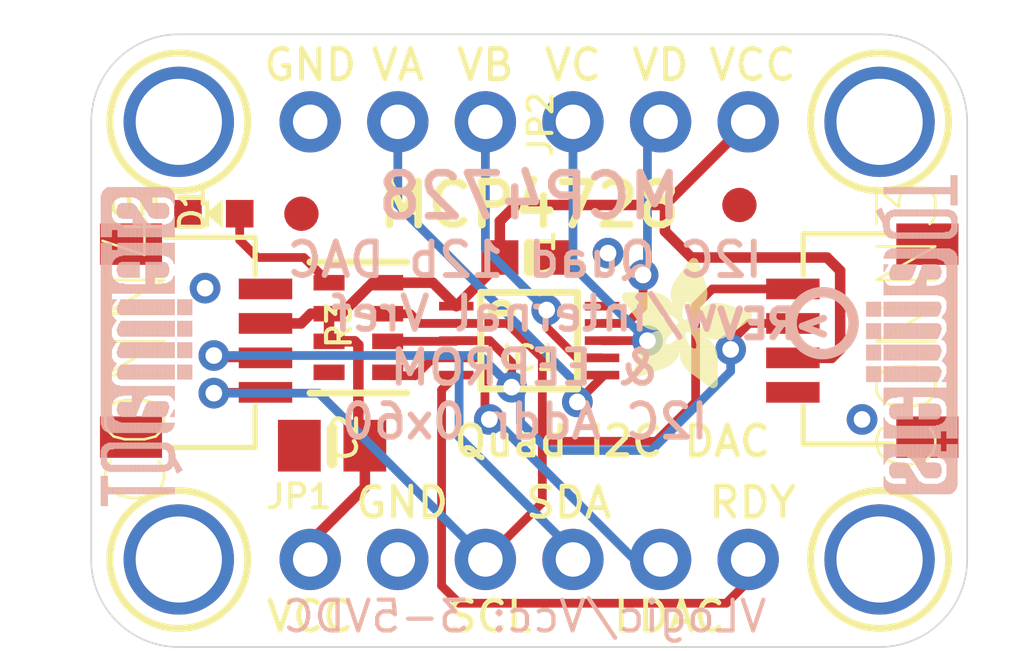
<source format=kicad_pcb>
(kicad_pcb (version 20211014) (generator pcbnew)
  (layers (0 "F.Cu" signal) (31 "B.Cu" signal) (34 "B.Paste" user) (35 "F.Paste" user) (36 "B.SilkS" user "B.Silkscreen") (37 "F.SilkS" user "F.Silkscreen") (38 "B.Mask" user) (39 "F.Mask" user) (44 "Edge.Cuts" user))
  (net 0 "")
  (net 1 "GND")
  (net 2 "SDA")
  (net 3 "SCL")
  (net 4 "VCC")
  (net 5 "N$1")
  (net 6 "~{LDAC}")
  (net 7 "RDY")
  (net 8 "VOUTA")
  (net 9 "VOUTB")
  (net 10 "VOUTC")
  (net 11 "VOUTD")
  (footprint "boardEagle:MOUNTINGHOLE_2.5_PLATED" (layer "F.Cu") (at 158.6611 111.3536)
    (fp_text reference "U$21" hide)
    (fp_text value "MOUNTINGHOLE2.5" hide)
    (pad "P$1" thru_hole circle (at 0 0) (size 3.2 3.2) (drill 2.5) (layers *.Cu *.Mask))
  )
  (footprint "boardEagle:ADAFRUIT_3.5MM" (layer "F.Cu") (at 151.1681 106.4006)
    (fp_text reference "U$22" hide)
    (fp_text value "" hide)
  )
  (footprint "boardEagle:MOUNTINGHOLE_2.5_PLATED" (layer "F.Cu") (at 138.3411 111.3536)
    (fp_text reference "U$19" hide)
    (fp_text value "MOUNTINGHOLE2.5" hide)
    (pad "P$1" thru_hole circle (at 0 0) (size 3.2 3.2) (drill 2.5) (layers *.Cu *.Mask))
  )
  (footprint "boardEagle:MSOP10" (layer "F.Cu") (at 148.5011 105.0036 -90)
    (fp_text reference "IC1" (at 0.508 0.889) (layer "F.SilkS") (effects (font (size 0.692831 0.692831) (thickness 0.119969)) (justify left)))
    (fp_text value "MCP4728")
    (pad "1" smd rect (at -1 2.1131 270) (size 0.25 1) (layers "F.Cu" "F.Paste" "F.Mask") (net 4 "VCC"))
    (pad "2" smd rect (at -0.5 2.1131 270) (size 0.25 1) (layers "F.Cu" "F.Paste" "F.Mask") (net 3 "SCL"))
    (pad "3" smd rect (at 0 2.1131 270) (size 0.25 1) (layers "F.Cu" "F.Paste" "F.Mask") (net 2 "SDA"))
    (pad "4" smd rect (at 0.5 2.1131 270) (size 0.25 1) (layers "F.Cu" "F.Paste" "F.Mask") (net 6 "~{LDAC}"))
    (pad "5" smd rect (at 1 2.1131 270) (size 0.25 1) (layers "F.Cu" "F.Paste" "F.Mask") (net 7 "RDY"))
    (pad "6" smd rect (at 1 -2.1131 90) (size 0.25 1) (layers "F.Cu" "F.Paste" "F.Mask") (net 8 "VOUTA"))
    (pad "7" smd rect (at 0.5 -2.1131 90) (size 0.25 1) (layers "F.Cu" "F.Paste" "F.Mask") (net 9 "VOUTB"))
    (pad "8" smd rect (at 0 -2.1131 90) (size 0.25 1) (layers "F.Cu" "F.Paste" "F.Mask") (net 10 "VOUTC"))
    (pad "9" smd rect (at -0.5 -2.1131 90) (size 0.25 1) (layers "F.Cu" "F.Paste" "F.Mask") (net 11 "VOUTD"))
    (pad "10" smd rect (at -1 -2.1131 90) (size 0.25 1) (layers "F.Cu" "F.Paste" "F.Mask") (net 1 "GND"))
  )
  (footprint "boardEagle:JST_SH4" (layer "F.Cu") (at 158.6611 105.0036 90)
    (fp_text reference "CONN3" (at -3.965 0.831 90) (layer "F.SilkS") (effects (font (size 1.703222 1.703222) (thickness 0.074778)) (justify left)))
    (fp_text value "STEMMA_I2C_QT" hide)
    (pad "1" smd rect (at -1.5 -2.514 180) (size 1.55 0.6) (layers "F.Cu" "F.Paste" "F.Mask") (net 1 "GND"))
    (pad "2" smd rect (at -0.5 -2.514 180) (size 1.55 0.6) (layers "F.Cu" "F.Paste" "F.Mask") (net 4 "VCC"))
    (pad "3" smd rect (at 0.5 -2.514 180) (size 1.55 0.6) (layers "F.Cu" "F.Paste" "F.Mask") (net 2 "SDA"))
    (pad "4" smd rect (at 1.5 -2.514 180) (size 1.55 0.6) (layers "F.Cu" "F.Paste" "F.Mask") (net 3 "SCL"))
    (pad "MT1" smd rect (at -2.8 1.386 180) (size 1.8 1.2) (layers "F.Cu" "F.Paste" "F.Mask"))
    (pad "MT2" smd rect (at 2.8 1.386 180) (size 1.8 1.2) (layers "F.Cu" "F.Paste" "F.Mask"))
  )
  (footprint "boardEagle:FIDUCIAL_1MM" (layer "F.Cu") (at 141.8971 101.3206)
    (fp_text reference "FID3" hide)
    (fp_text value "FIDUCIAL_1MM" hide)
    (pad "1" smd roundrect (at 0 0) (size 1 1) (layers "F.Cu" "F.Mask") (roundrect_rratio 0.5))
  )
  (footprint "boardEagle:RESPACK_4X0603" (layer "F.Cu") (at 143.5481 104.6226 -90)
    (fp_text reference "R3" (at -0.838 0.559 90) (layer "F.SilkS") (effects (font (size 0.692831 0.692831) (thickness 0.119969)) (justify right)))
    (fp_text value "4.7K")
    (pad "1" smd rect (at -1.3 0.85 270) (size 0.45 0.9) (layers "F.Cu" "F.Paste" "F.Mask") (net 5 "N$1"))
    (pad "2" smd rect (at -0.4 0.85 270) (size 0.45 0.9) (layers "F.Cu" "F.Paste" "F.Mask") (net 4 "VCC"))
    (pad "3" smd rect (at 0.4 0.85 270) (size 0.45 0.9) (layers "F.Cu" "F.Paste" "F.Mask") (net 4 "VCC"))
    (pad "4" smd rect (at 1.3 0.85 270) (size 0.45 0.9) (layers "F.Cu" "F.Paste" "F.Mask") (net 1 "GND"))
    (pad "5" smd rect (at 1.3 -0.85 270) (size 0.45 0.9) (layers "F.Cu" "F.Paste" "F.Mask") (net 6 "~{LDAC}"))
    (pad "6" smd rect (at 0.4 -0.85 270) (size 0.45 0.9) (layers "F.Cu" "F.Paste" "F.Mask") (net 2 "SDA"))
    (pad "7" smd rect (at -0.4 -0.85 270) (size 0.45 0.9) (layers "F.Cu" "F.Paste" "F.Mask") (net 3 "SCL"))
    (pad "8" smd rect (at -1.3 -0.85 270) (size 0.45 0.9) (layers "F.Cu" "F.Paste" "F.Mask") (net 4 "VCC"))
  )
  (footprint "boardEagle:CHIPLED_0603_NOOUTLINE" (layer "F.Cu") (at 139.3571 101.3206 90)
    (fp_text reference "D1" (at 0.889 -0.635 90) (layer "F.SilkS") (effects (font (size 0.692831 0.692831) (thickness 0.119969)) (justify right)))
    (fp_text value "GREEN")
    (pad "A" smd rect (at 0 0.75 90) (size 0.8 0.8) (layers "F.Cu" "F.Paste" "F.Mask") (net 5 "N$1"))
    (pad "C" smd rect (at 0 -0.75 90) (size 0.8 0.8) (layers "F.Cu" "F.Paste" "F.Mask") (net 1 "GND"))
  )
  (footprint "boardEagle:0603-NO" (layer "F.Cu") (at 148.5011 102.5906)
    (fp_text reference "C1" (at 0.381 0.635 90) (layer "F.SilkS") (effects (font (size 0.692831 0.692831) (thickness 0.119969)) (justify left)))
    (fp_text value "0.1uF")
    (pad "1" smd rect (at -0.85 0) (size 1.075 1) (layers "F.Cu" "F.Paste" "F.Mask") (net 4 "VCC"))
    (pad "2" smd rect (at 0.85 0) (size 1.075 1) (layers "F.Cu" "F.Paste" "F.Mask") (net 1 "GND"))
  )
  (footprint "boardEagle:1X06_ROUND_70" (layer "F.Cu") (at 148.5011 98.6536)
    (fp_text reference "JP2" (at 0.3302 1.0922 90) (layer "F.SilkS") (effects (font (size 0.692831 0.692831) (thickness 0.119969)) (justify left)))
    (fp_text value "")
    (pad "1" thru_hole circle (at -6.35 0 90) (size 1.778 1.778) (drill 1) (layers *.Cu *.Mask) (net 1 "GND"))
    (pad "2" thru_hole circle (at -3.81 0 90) (size 1.778 1.778) (drill 1) (layers *.Cu *.Mask) (net 8 "VOUTA"))
    (pad "3" thru_hole circle (at -1.27 0 90) (size 1.778 1.778) (drill 1) (layers *.Cu *.Mask) (net 9 "VOUTB"))
    (pad "4" thru_hole circle (at 1.27 0 90) (size 1.778 1.778) (drill 1) (layers *.Cu *.Mask) (net 10 "VOUTC"))
    (pad "5" thru_hole circle (at 3.81 0 90) (size 1.778 1.778) (drill 1) (layers *.Cu *.Mask) (net 11 "VOUTD"))
    (pad "6" thru_hole circle (at 6.35 0 90) (size 1.778 1.778) (drill 1) (layers *.Cu *.Mask) (net 4 "VCC"))
  )
  (footprint "boardEagle:JST_SH4" (layer "F.Cu") (at 138.3411 105.0036 -90)
    (fp_text reference "CONN4" (at -3.838 1.212 90) (layer "F.SilkS") (effects (font (size 1.703222 1.703222) (thickness 0.074778)) (justify right)))
    (fp_text value "STEMMA_I2C_QT" hide)
    (pad "1" smd rect (at -1.5 -2.514) (size 1.55 0.6) (layers "F.Cu" "F.Paste" "F.Mask") (net 1 "GND"))
    (pad "2" smd rect (at -0.5 -2.514) (size 1.55 0.6) (layers "F.Cu" "F.Paste" "F.Mask") (net 4 "VCC"))
    (pad "3" smd rect (at 0.5 -2.514) (size 1.55 0.6) (layers "F.Cu" "F.Paste" "F.Mask") (net 2 "SDA"))
    (pad "4" smd rect (at 1.5 -2.514) (size 1.55 0.6) (layers "F.Cu" "F.Paste" "F.Mask") (net 3 "SCL"))
    (pad "MT1" smd rect (at -2.8 1.386) (size 1.8 1.2) (layers "F.Cu" "F.Paste" "F.Mask"))
    (pad "MT2" smd rect (at 2.8 1.386) (size 1.8 1.2) (layers "F.Cu" "F.Paste" "F.Mask"))
  )
  (footprint "boardEagle:0805-NO" (layer "F.Cu") (at 142.7861 108.0516 180)
    (fp_text reference "C2" (at -0.381 -0.508 90) (layer "F.SilkS") (effects (font (size 0.692831 0.692831) (thickness 0.119969)) (justify left)))
    (fp_text value "10uF")
    (pad "1" smd rect (at -0.95 0 180) (size 1.24 1.5) (layers "F.Cu" "F.Paste" "F.Mask") (net 4 "VCC"))
    (pad "2" smd rect (at 0.95 0 180) (size 1.24 1.5) (layers "F.Cu" "F.Paste" "F.Mask") (net 1 "GND"))
  )
  (footprint "boardEagle:1X06_ROUND_70" (layer "F.Cu") (at 148.5011 111.3536)
    (fp_text reference "JP1" (at -7.6962 -1.8288) (layer "F.SilkS") (effects (font (size 0.692831 0.692831) (thickness 0.119969)) (justify left)))
    (fp_text value "")
    (pad "1" thru_hole circle (at -6.35 0 90) (size 1.778 1.778) (drill 1) (layers *.Cu *.Mask) (net 4 "VCC"))
    (pad "2" thru_hole circle (at -3.81 0 90) (size 1.778 1.778) (drill 1) (layers *.Cu *.Mask) (net 1 "GND"))
    (pad "3" thru_hole circle (at -1.27 0 90) (size 1.778 1.778) (drill 1) (layers *.Cu *.Mask) (net 3 "SCL"))
    (pad "4" thru_hole circle (at 1.27 0 90) (size 1.778 1.778) (drill 1) (layers *.Cu *.Mask) (net 2 "SDA"))
    (pad "5" thru_hole circle (at 3.81 0 90) (size 1.778 1.778) (drill 1) (layers *.Cu *.Mask) (net 6 "~{LDAC}"))
    (pad "6" thru_hole circle (at 6.35 0 90) (size 1.778 1.778) (drill 1) (layers *.Cu *.Mask) (net 7 "RDY"))
  )
  (footprint "boardEagle:FIDUCIAL_1MM" (layer "F.Cu") (at 154.5971 101.0666)
    (fp_text reference "FID4" hide)
    (fp_text value "FIDUCIAL_1MM" hide)
    (pad "1" smd roundrect (at 0 0) (size 1 1) (layers "F.Cu" "F.Mask") (roundrect_rratio 0.5))
  )
  (footprint "boardEagle:MOUNTINGHOLE_2.5_PLATED" (layer "F.Cu") (at 138.3411 98.6536)
    (fp_text reference "U$1" hide)
    (fp_text value "MOUNTINGHOLE2.5" hide)
    (pad "P$1" thru_hole circle (at 0 0) (size 3.2 3.2) (drill 2.5) (layers *.Cu *.Mask))
  )
  (footprint "boardEagle:MOUNTINGHOLE_2.5_PLATED" (layer "F.Cu") (at 158.6611 98.6536)
    (fp_text reference "U$17" hide)
    (fp_text value "MOUNTINGHOLE2.5" hide)
    (pad "P$1" thru_hole circle (at 0 0) (size 3.2 3.2) (drill 2.5) (layers *.Cu *.Mask))
  )
  (footprint "boardEagle:STEMMAQT" (layer "B.Cu") (at 138.7221 100.5586 -90)
    (fp_text reference "U$31" hide)
    (fp_text value "" hide)
  )
  (footprint "boardEagle:STEMMAQT" (layer "B.Cu") (at 158.2801 109.4486 90)
    (fp_text reference "U$30" hide)
    (fp_text value "" hide)
  )
  (footprint "boardEagle:PCBFEAT-REV-040" (layer "B.Cu") (at 157.0101 104.4956 180)
    (fp_text reference "U$25" hide)
    (fp_text value "" hide)
    (fp_text user ">REV" (at -0.3556 -0.508) (layer "B.SilkS") (effects (font (size 0.8128 0.8128) (thickness 0.2032)) (justify left bottom mirror)))
  )
  (gr_arc (start 135.8011 98.6536) (mid 136.545049 96.857549) (end 138.3411 96.1136) (layer "Edge.Cuts") (width 0.05))
  (gr_arc (start 138.3411 113.8936) (mid 136.545049 113.149651) (end 135.8011 111.3536) (layer "Edge.Cuts") (width 0.05))
  (gr_line (start 158.6611 96.1136) (end 138.3411 96.1136) (layer "Edge.Cuts") (width 0.05))
  (gr_line (start 138.3411 113.8936) (end 158.6611 113.8936) (layer "Edge.Cuts") (width 0.05))
  (gr_arc (start 161.2011 111.3536) (mid 160.457151 113.149651) (end 158.6611 113.8936) (layer "Edge.Cuts") (width 0.05))
  (gr_line (start 161.2011 111.3536) (end 161.2011 98.6536) (layer "Edge.Cuts") (width 0.05))
  (gr_line (start 135.8011 98.6536) (end 135.8011 111.3536) (layer "Edge.Cuts") (width 0.05))
  (gr_arc (start 158.6611 96.1136) (mid 160.457151 96.857549) (end 161.2011 98.6536) (layer "Edge.Cuts") (width 0.05))
  (gr_text "MCP4728" (at 148.5011 100.8126) (layer "B.SilkS") (effects (font (size 1.25222 1.25222) (thickness 0.22098)) (justify mirror)))
  (gr_text "VLogic/Vcc: 3-5VDC" (at 148.3741 113.0046) (layer "B.SilkS") (effects (font (size 0.89408 0.89408) (thickness 0.12192)) (justify mirror)))
  (gr_text "I2C Quad 12b DAC\nw/internal Vref\n& EEPROM\nI2C Addr 0x60" (at 148.3741 105.0036) (layer "B.SilkS") (effects (font (size 0.97155 0.97155) (thickness 0.17145)) (justify mirror)))
  (gr_text "MCP4728" (at 148.5011 101.0666) (layer "F.SilkS") (effects (font (size 1.25222 1.25222) (thickness 0.22098))))
  (gr_text "SDA" (at 149.6441 109.7026) (layer "F.SilkS") (effects (font (size 0.87376 0.87376) (thickness 0.14224))))
  (gr_text "GND" (at 144.8181 109.7026) (layer "F.SilkS") (effects (font (size 0.87376 0.87376) (thickness 0.14224))))
  (gr_text "VC" (at 149.7711 97.0026) (layer "F.SilkS") (effects (font (size 0.87376 0.87376) (thickness 0.14224))))
  (gr_text "VA" (at 144.6911 97.0026) (layer "F.SilkS") (effects (font (size 0.87376 0.87376) (thickness 0.14224))))
  (gr_text "VD" (at 152.3111 97.0026) (layer "F.SilkS") (effects (font (size 0.87376 0.87376) (thickness 0.14224))))
  (gr_text "VB" (at 147.2311 97.0026) (layer "F.SilkS") (effects (font (size 0.87376 0.87376) (thickness 0.14224))))
  (gr_text "LDAC" (at 152.5651 113.0046) (layer "F.SilkS") (effects (font (size 0.87376 0.87376) (thickness 0.14224))))
  (gr_text "SCL" (at 147.3581 113.0046) (layer "F.SilkS") (effects (font (size 0.87376 0.87376) (thickness 0.14224))))
  (gr_text "Quad I2C DAC" (at 150.9141 107.9246) (layer "F.SilkS") (effects (font (size 0.8636 0.8636) (thickness 0.1524))))
  (gr_text "RDY" (at 154.9781 109.7026) (layer "F.SilkS") (effects (font (size 0.87376 0.87376) (thickness 0.14224))))
  (gr_text "on" (at 136.1821 101.4476) (layer "F.SilkS") (effects (font (size 0.89408 0.89408) (thickness 0.12192)) (justify left bottom)))
  (gr_text "VCC" (at 154.9781 97.0026) (layer "F.SilkS") (effects (font (size 0.87376 0.87376) (thickness 0.14224))))
  (gr_text "VCC" (at 142.1511 113.0046) (layer "F.SilkS") (effects (font (size 0.87376 0.87376) (thickness 0.14224))))
  (gr_text "GND" (at 142.1511 97.0026) (layer "F.SilkS") (effects (font (size 0.87376 0.87376) (thickness 0.14224))))
  (via (at 158.1531 107.2896) (size 0.889) (drill 0.4826) (layers "F.Cu" "B.Cu") (net 1))
  (via (at 150.7871 102.4636) (size 0.889) (drill 0.4826) (layers "F.Cu" "B.Cu") (net 1))
  (via (at 139.1031 103.4796) (size 0.889) (drill 0.4826) (layers "F.Cu" "B.Cu") (net 1))
  (segment (start 146.369 105.0226) (end 144.3981 105.0226) (width 0.254) (layer "F.Cu") (net 2))
  (segment (start 147.9931 105.6386) (end 147.9931 106.353194) (width 0.254) (layer "F.Cu") (net 2))
  (segment (start 140.8551 105.5036) (end 139.4253 105.5036) (width 0.254) (layer "F.Cu") (net 2))
  (segment (start 154.3431 105.2576) (end 154.3431 105.0376) (width 0.254) (layer "F.Cu") (net 2))
  (segment (start 146.388 105.0036) (end 146.369 105.0226) (width 0.254) (layer "F.Cu") (net 2))
  (segment (start 154.8771 104.5036) (end 154.3431 105.0376) (width 0.254) (layer "F.Cu") (net 2))
  (segment (start 156.1471 104.5036) (end 154.8771 104.5036) (width 0.254) (layer "F.Cu") (net 2))
  (segment (start 139.4253 105.5036) (end 139.3571 105.4354) (width 0.254) (layer "F.Cu") (net 2))
  (segment (start 147.3581 105.0036) (end 147.9931 105.6386) (width 0.254) (layer "F.Cu") (net 2))
  (segment (start 146.388 105.0036) (end 147.3581 105.0036) (width 0.254) (layer "F.Cu") (net 2))
  (via (at 154.3431 105.2576) (size 0.889) (drill 0.4826) (layers "F.Cu" "B.Cu") (net 2))
  (via (at 139.3571 105.4354) (size 0.889) (drill 0.4826) (layers "F.Cu" "B.Cu") (net 2))
  (via (at 147.9931 106.353194) (size 0.889) (drill 0.4826) (layers "F.Cu" "B.Cu") (net 2))
  (segment (start 139.3571 105.4354) (end 146.4691 105.4354) (width 0.254) (layer "B.Cu") (net 2))
  (segment (start 149.069206 108.1913) (end 148.2471 107.369194) (width 0.254) (layer "B.Cu") (net 2))
  (segment (start 146.4691 107.7976) (end 146.4691 105.4354) (width 0.254) (layer "B.Cu") (net 2))
  (segment (start 149.069206 108.1913) (end 152.0444 108.1913) (width 0.254) (layer "B.Cu") (net 2))
  (segment (start 149.7711 111.3536) (end 149.7711 111.0996) (width 0.254) (layer "B.Cu") (net 2))
  (segment (start 154.3431 105.2576) (end 154.3431 105.8926) (width 0.254) (layer "B.Cu") (net 2))
  (segment (start 147.9931 106.353194) (end 148.2471 106.607194) (width 0.254) (layer "B.Cu") (net 2))
  (segment (start 154.3431 105.8926) (end 152.0444 108.1913) (width 0.254) (layer "B.Cu") (net 2))
  (segment (start 147.075306 105.4354) (end 147.9931 106.353194) (width 0.254) (layer "B.Cu") (net 2))
  (segment (start 149.7711 111.0996) (end 146.4691 107.7976) (width 0.254) (layer "B.Cu") (net 2))
  (segment (start 146.4691 105.4354) (end 147.075306 105.4354) (width 0.254) (layer "B.Cu") (net 2))
  (segment (start 148.2471 106.607194) (end 148.2471 107.369194) (width 0.254) (layer "B.Cu") (net 2))
  (segment (start 153.3271 103.9876) (end 153.3271 106.7816) (width 0.254) (layer "F.Cu") (net 3))
  (segment (start 148.8821 105.5116) (end 148.8821 107.9246) (width 0.254) (layer "F.Cu") (net 3))
  (segment (start 153.3271 106.7816) (end 152.1841 107.9246) (width 0.254) (layer "F.Cu") (net 3))
  (segment (start 156.1471 103.5036) (end 153.8111 103.5036) (width 0.254) (layer "F.Cu") (net 3))
  (segment (start 153.8111 103.5036) (end 153.3271 103.9876) (width 0.254) (layer "F.Cu") (net 3))
  (segment (start 140.8551 106.5036) (end 139.3811 106.5036) (width 0.254) (layer "F.Cu") (net 3))
  (segment (start 148.8821 109.7026) (end 147.2311 111.3536) (width 0.254) (layer "F.Cu") (net 3))
  (segment (start 145.3341 104.5036) (end 146.388 104.5036) (width 0.254) (layer "F.Cu") (net 3))
  (segment (start 144.3981 104.2226) (end 145.0531 104.2226) (width 0.254) (layer "F.Cu") (net 3))
  (segment (start 152.1841 107.9246) (end 148.8821 107.9246) (width 0.254) (layer "F.Cu") (net 3))
  (segment (start 148.8821 107.9246) (end 148.8821 109.7026) (width 0.254) (layer "F.Cu") (net 3))
  (segment (start 139.3811 106.5036) (end 139.3571 106.5276) (width 0.254) (layer "F.Cu") (net 3))
  (segment (start 147.8741 104.5036) (end 148.8821 105.5116) (width 0.254) (layer "F.Cu") (net 3))
  (segment (start 145.0531 104.2226) (end 145.3341 104.5036) (width 0.254) (layer "F.Cu") (net 3))
  (segment (start 146.388 104.5036) (end 147.8741 104.5036) (width 0.254) (layer "F.Cu") (net 3))
  (via (at 139.3571 106.5276) (size 0.889) (drill 0.4826) (layers "F.Cu" "B.Cu") (net 3))
  (segment (start 142.4051 106.5276) (end 147.2311 111.3536) (width 0.254) (layer "B.Cu") (net 3))
  (segment (start 139.3571 106.5276) (end 142.4051 106.5276) (width 0.254) (layer "B.Cu") (net 3))
  (segment (start 143.7361 109.2606) (end 142.1511 110.8456) (width 0.3048) (layer "F.Cu") (net 4))
  (segment (start 157.5181 102.9716) (end 157.1371 102.5906) (width 0.3048) (layer "F.Cu") (net 4))
  (segment (start 143.0591 104.2226) (end 143.9591 103.3226) (width 0.3048) (layer "F.Cu") (net 4))
  (segment (start 156.1471 105.5036) (end 157.2721 105.5036) (width 0.3048) (layer "F.Cu") (net 4))
  (segment (start 147.6511 102.5906) (end 147.6511 102.7405) (width 0.3048) (layer "F.Cu") (net 4))
  (segment (start 142.6981 105.0226) (end 143.4401 105.0226) (width 0.3048) (layer "F.Cu") (net 4))
  (segment (start 147.6511 102.7405) (end 146.388 104.0036) (width 0.3048) (layer "F.Cu") (net 4))
  (segment (start 157.2721 105.5036) (end 157.5181 105.2576) (width 0.3048) (layer "F.Cu") (net 4))
  (segment (start 148.1201 101.0666) (end 152.4381 101.0666) (width 0.3048) (layer "F.Cu") (net 4))
  (segment (start 140.8551 104.5036) (end 141.8891 104.5036) (width 0.3048) (layer "F.Cu") (net 4))
  (segment (start 152.4381 101.8286) (end 152.4381 101.0666) (width 0.3048) (layer "F.Cu") (net 4))
  (segment (start 143.5481 105.1306) (end 143.5481 107.8636) (width 0.3048) (layer "F.Cu") (net 4))
  (segment (start 157.1371 102.5906) (end 153.2001 102.5906) (width 0.3048) (layer "F.Cu") (net 4))
  (segment (start 143.7361 108.0516) (end 143.7361 109.2606) (width 0.3048) (layer "F.Cu") (net 4))
  (segment (start 143.7361 108.0516) (end 143.5481 107.8636) (width 0.3048) (layer "F.Cu") (net 4))
  (segment (start 141.8891 104.5036) (end 142.1701 104.2226) (width 0.3048) (layer "F.Cu") (net 4))
  (segment (start 143.9591 103.3226) (end 144.3981 103.3226) (width 0.3048) (layer "F.Cu") (net 4))
  (segment (start 147.6511 102.5906) (end 147.6511 101.5356) (width 0.3048) (layer "F.Cu") (net 4))
  (segment (start 142.1701 104.2226) (end 142.6981 104.2226) (width 0.3048) (layer "F.Cu") (net 4))
  (segment (start 142.6981 104.2226) (end 142.6981 105.0226) (width 0.3048) (layer "F.Cu") (net 4))
  (segment (start 147.6511 101.5356) (end 148.1201 101.0666) (width 0.3048) (layer "F.Cu") (net 4))
  (segment (start 153.2001 102.5906) (end 152.4381 101.8286) (width 0.3048) (layer "F.Cu") (net 4))
  (segment (start 145.707 103.3226) (end 144.3981 103.3226) (width 0.3048) (layer "F.Cu") (net 4))
  (segment (start 142.6981 104.2226) (end 143.0591 104.2226) (width 0.3048) (layer "F.Cu") (net 4))
  (segment (start 143.4401 105.0226) (end 143.5481 105.1306) (width 0.3048) (layer "F.Cu") (net 4))
  (segment (start 142.1511 110.8456) (end 142.1511 111.3536) (width 0.3048) (layer "F.Cu") (net 4))
  (segment (start 157.5181 105.2576) (end 157.5181 102.9716) (width 0.3048) (layer "F.Cu") (net 4))
  (segment (start 146.388 104.0036) (end 145.707 103.3226) (width 0.3048) (layer "F.Cu") (net 4))
  (segment (start 152.4381 101.0666) (end 154.8511 98.6536) (width 0.3048) (layer "F.Cu") (net 4))
  (segment (start 141.9661 102.5906) (end 140.6151 102.5906) (width 0.254) (layer "F.Cu") (net 5))
  (segment (start 140.6151 102.5906) (end 140.1071 102.0826) (width 0.254) (layer "F.Cu") (net 5))
  (segment (start 140.1071 101.3206) (end 140.1071 102.0826) (width 0.254) (layer "F.Cu") (net 5))
  (segment (start 141.9661 102.5906) (end 142.6981 103.3226) (width 0.254) (layer "F.Cu") (net 5))
  (segment (start 144.4951 106.0196) (end 144.3981 105.9226) (width 0.254) (layer "F.Cu") (net 6))
  (segment (start 147.2184 105.6734) (end 147.0486 105.5036) (width 0.254) (layer "F.Cu") (net 6))
  (segment (start 145.1991 106.0196) (end 144.4951 106.0196) (width 0.254) (layer "F.Cu") (net 6))
  (segment (start 147.2184 105.6734) (end 147.2184 107.1626) (width 0.254) (layer "F.Cu") (net 6))
  (segment (start 146.388 105.5036) (end 145.7151 105.5036) (width 0.254) (layer "F.Cu") (net 6))
  (segment (start 147.3454 107.2896) (end 147.2184 107.1626) (width 0.254) (layer "F.Cu") (net 6))
  (segment (start 145.7151 105.5036) (end 145.1991 106.0196) (width 0.254) (layer "F.Cu") (net 6))
  (segment (start 146.388 105.5036) (end 147.0486 105.5036) (width 0.254) (layer "F.Cu") (net 6))
  (via (at 147.3454 107.2896) (size 0.889) (drill 0.4826) (layers "F.Cu" "B.Cu") (net 6))
  (segment (start 151.5491 111.3536) (end 152.3111 111.3536) (width 0.254) (layer "B.Cu") (net 6))
  (segment (start 147.3454 107.2896) (end 147.4851 107.2896) (width 0.254) (layer "B.Cu") (net 6))
  (segment (start 151.5491 111.3536) (end 147.4851 107.2896) (width 0.254) (layer "B.Cu") (net 6))
  (segment (start 145.9611 106.4305) (end 145.9611 112.1156) (width 0.254) (layer "F.Cu") (net 7))
  (segment (start 146.4691 112.6236) (end 154.2161 112.6236) (width 0.254) (layer "F.Cu") (net 7))
  (segment (start 146.388 106.0036) (end 145.9611 106.4305) (width 0.254) (layer "F.Cu") (net 7))
  (segment (start 154.2161 112.6236) (end 154.8511 111.9886) (width 0.254) (layer "F.Cu") (net 7))
  (segment (start 154.8511 111.9886) (end 154.8511 111.3536) (width 0.254) (layer "F.Cu") (net 7))
  (segment (start 145.9611 112.1156) (end 146.4691 112.6236) (width 0.254) (layer "F.Cu") (net 7))
  (segment (start 150.6142 106.0655) (end 149.8981 106.7816) (width 0.254) (layer "F.Cu") (net 8))
  (segment (start 150.6142 106.0036) (end 150.6142 106.0655) (width 0.254) (layer "F.Cu") (net 8))
  (via (at 149.8981 106.7816) (size 0.889) (drill 0.4826) (layers "F.Cu" "B.Cu") (net 8))
  (segment (start 144.6911 98.6536) (end 144.6911 101.0666) (width 0.254) (layer "B.Cu") (net 8))
  (segment (start 149.8981 106.2736) (end 144.6911 101.0666) (width 0.254) (layer "B.Cu") (net 8))
  (segment (start 149.8981 106.7816) (end 149.8981 106.2736) (width 0.254) (layer "B.Cu") (net 8))
  (segment (start 150.6142 105.5036) (end 149.8901 105.5036) (width 0.254) (layer "F.Cu") (net 9))
  (segment (start 149.0091 104.6226) (end 149.0091 104.1146) (width 0.254) (layer "F.Cu") (net 9))
  (segment (start 149.8901 105.5036) (end 149.0091 104.6226) (width 0.254) (layer "F.Cu") (net 9))
  (via (at 149.0091 104.1146) (size 0.889) (drill 0.4826) (layers "F.Cu" "B.Cu") (net 9))
  (segment (start 147.2311 102.3366) (end 147.2311 98.6536) (width 0.254) (layer "B.Cu") (net 9))
  (segment (start 149.0091 104.1146) (end 147.2311 102.3366) (width 0.254) (layer "B.Cu") (net 9))
  (segment (start 150.6142 105.0036) (end 151.9301 105.0036) (width 0.254) (layer "F.Cu") (net 10))
  (via (at 151.9301 105.0036) (size 0.889) (drill 0.4826) (layers "F.Cu" "B.Cu") (net 10))
  (segment (start 151.9301 105.0036) (end 149.7711 102.8446) (width 0.254) (layer "B.Cu") (net 10))
  (segment (start 149.7711 102.8446) (end 149.7711 98.6536) (width 0.254) (layer "B.Cu") (net 10))
  (segment (start 151.8031 103.0986) (end 151.8031 104.035007) (width 0.254) (layer "F.Cu") (net 11))
  (segment (start 151.8031 104.035007) (end 151.334506 104.5036) (width 0.254) (layer "F.Cu") (net 11))
  (segment (start 150.6142 104.5036) (end 151.334506 104.5036) (width 0.254) (layer "F.Cu") (net 11))
  (via (at 151.8031 103.0986) (size 0.889) (drill 0.4826) (layers "F.Cu" "B.Cu") (net 11))
  (segment (start 151.8031 103.0986) (end 151.9301 102.9716) (width 0.254) (layer "B.Cu") (net 11))
  (segment (start 151.9301 99.0346) (end 151.9301 102.9716) (width 0.254) (layer "B.Cu") (net 11))
  (segment (start 151.9301 99.0346) (end 152.3111 98.6536) (width 0.254) (layer "B.Cu") (net 11))
)
</source>
